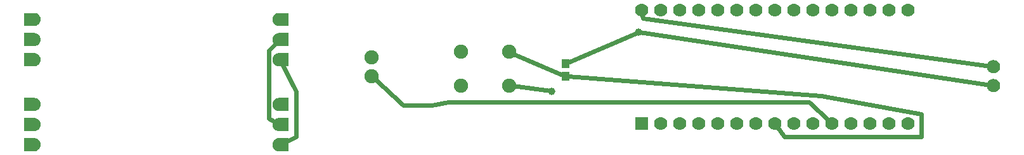
<source format=gtl>
G04 MADE WITH FRITZING*
G04 WWW.FRITZING.ORG*
G04 DOUBLE SIDED*
G04 HOLES PLATED*
G04 CONTOUR ON CENTER OF CONTOUR VECTOR*
%ASAXBY*%
%FSLAX23Y23*%
%MOIN*%
%OFA0B0*%
%SFA1.0B1.0*%
%ADD10C,0.075000*%
%ADD11C,0.070000*%
%ADD12C,0.045440*%
%ADD13C,0.039370*%
%ADD14R,0.043307X0.047244*%
%ADD15R,0.070000X0.069972*%
%ADD16C,0.024000*%
%ADD17R,0.001000X0.001000*%
%LNCOPPER1*%
G90*
G70*
G54D10*
X2598Y463D03*
X2342Y463D03*
X2598Y641D03*
X2342Y641D03*
G54D11*
X3292Y263D03*
X3392Y263D03*
X3492Y263D03*
X3592Y263D03*
X3692Y263D03*
X3792Y263D03*
X3892Y263D03*
X3992Y263D03*
X4092Y263D03*
X4192Y263D03*
X4292Y263D03*
X4392Y263D03*
X4492Y263D03*
X4592Y263D03*
X4692Y263D03*
X3292Y863D03*
X3392Y863D03*
X3492Y863D03*
X3592Y863D03*
X3692Y863D03*
X3792Y863D03*
X3892Y863D03*
X3992Y863D03*
X4092Y863D03*
X4192Y863D03*
X4292Y863D03*
X4392Y863D03*
X4492Y863D03*
X4592Y863D03*
X4692Y863D03*
G54D12*
X93Y813D03*
X93Y707D03*
X93Y600D03*
X1392Y813D03*
X1392Y707D03*
X1392Y600D03*
G54D10*
X1873Y613D03*
X1873Y513D03*
G54D11*
X5142Y563D03*
X5142Y463D03*
G54D12*
X93Y363D03*
X93Y257D03*
X93Y150D03*
X1392Y363D03*
X1392Y257D03*
X1392Y150D03*
G54D13*
X3276Y746D03*
X2820Y434D03*
G54D14*
X2892Y580D03*
X2892Y513D03*
G54D15*
X3292Y263D03*
G54D16*
X4279Y276D02*
X4174Y375D01*
D02*
X4174Y375D02*
X2278Y375D01*
D02*
X2191Y360D02*
X2040Y360D01*
D02*
X2278Y375D02*
X2191Y360D01*
D02*
X2040Y360D02*
X1886Y502D01*
D02*
X1381Y263D02*
X1332Y290D01*
X1332Y290D02*
X1332Y650D01*
X1332Y650D02*
X1383Y699D01*
D02*
X2614Y634D02*
X2876Y520D01*
D02*
X4003Y249D02*
X4044Y194D01*
X4044Y194D02*
X4764Y194D01*
X4764Y194D02*
X4764Y314D01*
X4764Y314D02*
X4236Y410D01*
X4236Y410D02*
X2908Y512D01*
D02*
X2812Y435D02*
X2616Y461D01*
D02*
X5127Y565D02*
X3300Y818D01*
X3300Y818D02*
X3295Y846D01*
D02*
X1398Y589D02*
X1476Y434D01*
X1476Y434D02*
X1476Y194D01*
X1476Y194D02*
X1403Y156D01*
D02*
X2908Y587D02*
X3269Y743D01*
D02*
X5127Y466D02*
X3284Y745D01*
G54D17*
X49Y847D02*
X107Y847D01*
X1380Y847D02*
X1437Y847D01*
X49Y846D02*
X110Y846D01*
X1376Y846D02*
X1437Y846D01*
X49Y845D02*
X113Y845D01*
X1374Y845D02*
X1437Y845D01*
X49Y844D02*
X115Y844D01*
X1372Y844D02*
X1437Y844D01*
X49Y843D02*
X117Y843D01*
X1370Y843D02*
X1437Y843D01*
X49Y842D02*
X118Y842D01*
X1368Y842D02*
X1437Y842D01*
X49Y841D02*
X120Y841D01*
X1367Y841D02*
X1437Y841D01*
X49Y840D02*
X121Y840D01*
X1366Y840D02*
X1437Y840D01*
X49Y839D02*
X122Y839D01*
X1364Y839D02*
X1437Y839D01*
X49Y838D02*
X123Y838D01*
X1363Y838D02*
X1437Y838D01*
X49Y837D02*
X124Y837D01*
X1362Y837D02*
X1437Y837D01*
X49Y836D02*
X125Y836D01*
X1361Y836D02*
X1437Y836D01*
X49Y835D02*
X126Y835D01*
X1361Y835D02*
X1437Y835D01*
X49Y834D02*
X126Y834D01*
X1360Y834D02*
X1437Y834D01*
X49Y833D02*
X127Y833D01*
X1359Y833D02*
X1437Y833D01*
X49Y832D02*
X128Y832D01*
X1358Y832D02*
X1437Y832D01*
X49Y831D02*
X128Y831D01*
X1358Y831D02*
X1437Y831D01*
X49Y830D02*
X129Y830D01*
X1357Y830D02*
X1437Y830D01*
X49Y829D02*
X130Y829D01*
X1357Y829D02*
X1437Y829D01*
X49Y828D02*
X130Y828D01*
X1356Y828D02*
X1437Y828D01*
X49Y827D02*
X131Y827D01*
X1356Y827D02*
X1437Y827D01*
X49Y826D02*
X131Y826D01*
X1355Y826D02*
X1437Y826D01*
X49Y825D02*
X131Y825D01*
X1355Y825D02*
X1437Y825D01*
X49Y824D02*
X132Y824D01*
X1355Y824D02*
X1437Y824D01*
X49Y823D02*
X132Y823D01*
X1354Y823D02*
X1437Y823D01*
X49Y822D02*
X132Y822D01*
X1354Y822D02*
X1437Y822D01*
X49Y821D02*
X132Y821D01*
X1354Y821D02*
X1437Y821D01*
X49Y820D02*
X133Y820D01*
X1354Y820D02*
X1437Y820D01*
X49Y819D02*
X133Y819D01*
X1353Y819D02*
X1437Y819D01*
X49Y818D02*
X133Y818D01*
X1353Y818D02*
X1437Y818D01*
X49Y817D02*
X133Y817D01*
X1353Y817D02*
X1437Y817D01*
X49Y816D02*
X133Y816D01*
X1353Y816D02*
X1437Y816D01*
X49Y815D02*
X133Y815D01*
X1353Y815D02*
X1437Y815D01*
X49Y814D02*
X133Y814D01*
X1353Y814D02*
X1437Y814D01*
X49Y813D02*
X133Y813D01*
X1353Y813D02*
X1437Y813D01*
X49Y812D02*
X133Y812D01*
X1353Y812D02*
X1437Y812D01*
X49Y811D02*
X133Y811D01*
X1353Y811D02*
X1437Y811D01*
X49Y810D02*
X133Y810D01*
X1353Y810D02*
X1437Y810D01*
X49Y809D02*
X133Y809D01*
X1353Y809D02*
X1437Y809D01*
X49Y808D02*
X133Y808D01*
X1353Y808D02*
X1437Y808D01*
X49Y807D02*
X133Y807D01*
X1353Y807D02*
X1437Y807D01*
X49Y806D02*
X133Y806D01*
X1354Y806D02*
X1437Y806D01*
X49Y805D02*
X132Y805D01*
X1354Y805D02*
X1437Y805D01*
X49Y804D02*
X132Y804D01*
X1354Y804D02*
X1437Y804D01*
X49Y803D02*
X132Y803D01*
X1354Y803D02*
X1437Y803D01*
X49Y802D02*
X132Y802D01*
X1355Y802D02*
X1437Y802D01*
X49Y801D02*
X131Y801D01*
X1355Y801D02*
X1437Y801D01*
X49Y800D02*
X131Y800D01*
X1355Y800D02*
X1437Y800D01*
X49Y799D02*
X130Y799D01*
X1356Y799D02*
X1437Y799D01*
X49Y798D02*
X130Y798D01*
X1356Y798D02*
X1437Y798D01*
X49Y797D02*
X129Y797D01*
X1357Y797D02*
X1437Y797D01*
X49Y796D02*
X129Y796D01*
X1357Y796D02*
X1437Y796D01*
X49Y795D02*
X128Y795D01*
X1358Y795D02*
X1437Y795D01*
X49Y794D02*
X128Y794D01*
X1359Y794D02*
X1437Y794D01*
X49Y793D02*
X127Y793D01*
X1359Y793D02*
X1437Y793D01*
X49Y792D02*
X126Y792D01*
X1360Y792D02*
X1437Y792D01*
X49Y791D02*
X125Y791D01*
X1361Y791D02*
X1437Y791D01*
X49Y790D02*
X125Y790D01*
X1362Y790D02*
X1437Y790D01*
X49Y789D02*
X124Y789D01*
X1363Y789D02*
X1437Y789D01*
X49Y788D02*
X123Y788D01*
X1364Y788D02*
X1437Y788D01*
X49Y787D02*
X122Y787D01*
X1365Y787D02*
X1437Y787D01*
X49Y786D02*
X120Y786D01*
X1366Y786D02*
X1437Y786D01*
X49Y785D02*
X119Y785D01*
X1367Y785D02*
X1437Y785D01*
X49Y784D02*
X118Y784D01*
X1369Y784D02*
X1437Y784D01*
X49Y783D02*
X116Y783D01*
X1370Y783D02*
X1437Y783D01*
X49Y782D02*
X114Y782D01*
X1372Y782D02*
X1437Y782D01*
X49Y781D02*
X112Y781D01*
X1374Y781D02*
X1437Y781D01*
X49Y780D02*
X109Y780D01*
X1377Y780D02*
X1437Y780D01*
X49Y779D02*
X105Y779D01*
X1381Y779D02*
X1437Y779D01*
X49Y741D02*
X103Y741D01*
X1383Y741D02*
X1437Y741D01*
X49Y740D02*
X108Y740D01*
X1378Y740D02*
X1437Y740D01*
X49Y739D02*
X111Y739D01*
X1375Y739D02*
X1437Y739D01*
X49Y738D02*
X114Y738D01*
X1373Y738D02*
X1437Y738D01*
X49Y737D02*
X116Y737D01*
X1371Y737D02*
X1437Y737D01*
X49Y736D02*
X117Y736D01*
X1369Y736D02*
X1437Y736D01*
X49Y735D02*
X119Y735D01*
X1368Y735D02*
X1437Y735D01*
X49Y734D02*
X120Y734D01*
X1366Y734D02*
X1437Y734D01*
X49Y733D02*
X121Y733D01*
X1365Y733D02*
X1437Y733D01*
X49Y732D02*
X122Y732D01*
X1364Y732D02*
X1437Y732D01*
X49Y731D02*
X123Y731D01*
X1363Y731D02*
X1437Y731D01*
X49Y730D02*
X124Y730D01*
X1362Y730D02*
X1437Y730D01*
X49Y729D02*
X125Y729D01*
X1361Y729D02*
X1437Y729D01*
X49Y728D02*
X126Y728D01*
X1360Y728D02*
X1437Y728D01*
X49Y727D02*
X127Y727D01*
X1360Y727D02*
X1437Y727D01*
X49Y726D02*
X127Y726D01*
X1359Y726D02*
X1437Y726D01*
X49Y725D02*
X128Y725D01*
X1358Y725D02*
X1437Y725D01*
X49Y724D02*
X129Y724D01*
X1358Y724D02*
X1437Y724D01*
X49Y723D02*
X129Y723D01*
X1357Y723D02*
X1437Y723D01*
X49Y722D02*
X130Y722D01*
X1357Y722D02*
X1437Y722D01*
X49Y721D02*
X130Y721D01*
X1356Y721D02*
X1437Y721D01*
X49Y720D02*
X131Y720D01*
X1356Y720D02*
X1437Y720D01*
X49Y719D02*
X131Y719D01*
X1355Y719D02*
X1437Y719D01*
X49Y718D02*
X131Y718D01*
X1355Y718D02*
X1437Y718D01*
X49Y717D02*
X132Y717D01*
X1355Y717D02*
X1437Y717D01*
X49Y716D02*
X132Y716D01*
X1354Y716D02*
X1437Y716D01*
X49Y715D02*
X132Y715D01*
X1354Y715D02*
X1437Y715D01*
X49Y714D02*
X133Y714D01*
X1354Y714D02*
X1437Y714D01*
X49Y713D02*
X133Y713D01*
X1354Y713D02*
X1437Y713D01*
X49Y712D02*
X133Y712D01*
X1353Y712D02*
X1437Y712D01*
X49Y711D02*
X133Y711D01*
X1353Y711D02*
X1437Y711D01*
X49Y710D02*
X133Y710D01*
X1353Y710D02*
X1437Y710D01*
X49Y709D02*
X133Y709D01*
X1353Y709D02*
X1437Y709D01*
X49Y708D02*
X133Y708D01*
X1353Y708D02*
X1437Y708D01*
X49Y707D02*
X133Y707D01*
X1353Y707D02*
X1437Y707D01*
X49Y706D02*
X133Y706D01*
X1353Y706D02*
X1437Y706D01*
X49Y705D02*
X133Y705D01*
X1353Y705D02*
X1437Y705D01*
X49Y704D02*
X133Y704D01*
X1353Y704D02*
X1437Y704D01*
X49Y703D02*
X133Y703D01*
X1353Y703D02*
X1437Y703D01*
X49Y702D02*
X133Y702D01*
X1353Y702D02*
X1437Y702D01*
X49Y701D02*
X133Y701D01*
X1353Y701D02*
X1437Y701D01*
X49Y700D02*
X133Y700D01*
X1354Y700D02*
X1437Y700D01*
X49Y699D02*
X133Y699D01*
X1354Y699D02*
X1437Y699D01*
X49Y698D02*
X132Y698D01*
X1354Y698D02*
X1437Y698D01*
X49Y697D02*
X132Y697D01*
X1354Y697D02*
X1437Y697D01*
X49Y696D02*
X132Y696D01*
X1355Y696D02*
X1437Y696D01*
X49Y695D02*
X131Y695D01*
X1355Y695D02*
X1437Y695D01*
X49Y694D02*
X131Y694D01*
X1355Y694D02*
X1437Y694D01*
X49Y693D02*
X131Y693D01*
X1356Y693D02*
X1437Y693D01*
X49Y692D02*
X130Y692D01*
X1356Y692D02*
X1437Y692D01*
X49Y691D02*
X130Y691D01*
X1357Y691D02*
X1437Y691D01*
X49Y690D02*
X129Y690D01*
X1357Y690D02*
X1437Y690D01*
X49Y689D02*
X129Y689D01*
X1358Y689D02*
X1437Y689D01*
X49Y688D02*
X128Y688D01*
X1358Y688D02*
X1437Y688D01*
X49Y687D02*
X127Y687D01*
X1359Y687D02*
X1437Y687D01*
X49Y686D02*
X127Y686D01*
X1360Y686D02*
X1437Y686D01*
X49Y685D02*
X126Y685D01*
X1360Y685D02*
X1437Y685D01*
X49Y684D02*
X125Y684D01*
X1361Y684D02*
X1437Y684D01*
X49Y683D02*
X124Y683D01*
X1362Y683D02*
X1437Y683D01*
X49Y682D02*
X123Y682D01*
X1363Y682D02*
X1437Y682D01*
X49Y681D02*
X122Y681D01*
X1364Y681D02*
X1437Y681D01*
X49Y680D02*
X121Y680D01*
X1365Y680D02*
X1437Y680D01*
X49Y679D02*
X120Y679D01*
X1366Y679D02*
X1437Y679D01*
X49Y678D02*
X119Y678D01*
X1368Y678D02*
X1437Y678D01*
X49Y677D02*
X117Y677D01*
X1369Y677D02*
X1437Y677D01*
X49Y676D02*
X115Y676D01*
X1371Y676D02*
X1437Y676D01*
X49Y675D02*
X113Y675D01*
X1373Y675D02*
X1437Y675D01*
X49Y674D02*
X111Y674D01*
X1375Y674D02*
X1437Y674D01*
X49Y673D02*
X108Y673D01*
X1378Y673D02*
X1437Y673D01*
X49Y672D02*
X101Y672D01*
X1385Y672D02*
X1437Y672D01*
X49Y634D02*
X106Y634D01*
X1380Y634D02*
X1437Y634D01*
X49Y633D02*
X110Y633D01*
X1377Y633D02*
X1437Y633D01*
X49Y632D02*
X112Y632D01*
X1374Y632D02*
X1437Y632D01*
X49Y631D02*
X114Y631D01*
X1372Y631D02*
X1437Y631D01*
X49Y630D02*
X116Y630D01*
X1370Y630D02*
X1437Y630D01*
X49Y629D02*
X118Y629D01*
X1368Y629D02*
X1437Y629D01*
X49Y628D02*
X119Y628D01*
X1367Y628D02*
X1437Y628D01*
X49Y627D02*
X121Y627D01*
X1366Y627D02*
X1437Y627D01*
X49Y626D02*
X122Y626D01*
X1365Y626D02*
X1437Y626D01*
X49Y625D02*
X123Y625D01*
X1363Y625D02*
X1437Y625D01*
X49Y624D02*
X124Y624D01*
X1362Y624D02*
X1437Y624D01*
X49Y623D02*
X125Y623D01*
X1362Y623D02*
X1437Y623D01*
X49Y622D02*
X126Y622D01*
X1361Y622D02*
X1437Y622D01*
X49Y621D02*
X126Y621D01*
X1360Y621D02*
X1437Y621D01*
X49Y620D02*
X127Y620D01*
X1359Y620D02*
X1437Y620D01*
X49Y619D02*
X128Y619D01*
X1359Y619D02*
X1437Y619D01*
X49Y618D02*
X128Y618D01*
X1358Y618D02*
X1437Y618D01*
X49Y617D02*
X129Y617D01*
X1357Y617D02*
X1437Y617D01*
X49Y616D02*
X129Y616D01*
X1357Y616D02*
X1437Y616D01*
X49Y615D02*
X130Y615D01*
X1356Y615D02*
X1437Y615D01*
X49Y614D02*
X130Y614D01*
X1356Y614D02*
X1437Y614D01*
X49Y613D02*
X131Y613D01*
X1355Y613D02*
X1437Y613D01*
X49Y612D02*
X131Y612D01*
X1355Y612D02*
X1437Y612D01*
X49Y611D02*
X132Y611D01*
X1355Y611D02*
X1437Y611D01*
X49Y610D02*
X132Y610D01*
X1354Y610D02*
X1437Y610D01*
X49Y609D02*
X132Y609D01*
X1354Y609D02*
X1437Y609D01*
X49Y608D02*
X132Y608D01*
X1354Y608D02*
X1437Y608D01*
X49Y607D02*
X133Y607D01*
X1354Y607D02*
X1437Y607D01*
X49Y606D02*
X133Y606D01*
X1353Y606D02*
X1437Y606D01*
X49Y605D02*
X133Y605D01*
X1353Y605D02*
X1437Y605D01*
X49Y604D02*
X133Y604D01*
X1353Y604D02*
X1437Y604D01*
X49Y603D02*
X133Y603D01*
X1353Y603D02*
X1437Y603D01*
X49Y602D02*
X133Y602D01*
X1353Y602D02*
X1437Y602D01*
X49Y601D02*
X134Y601D01*
X1353Y601D02*
X1437Y601D01*
X49Y600D02*
X134Y600D01*
X1353Y600D02*
X1437Y600D01*
X49Y599D02*
X133Y599D01*
X1353Y599D02*
X1437Y599D01*
X49Y598D02*
X133Y598D01*
X1353Y598D02*
X1437Y598D01*
X5139Y598D02*
X5147Y598D01*
X49Y597D02*
X133Y597D01*
X1353Y597D02*
X1437Y597D01*
X5134Y597D02*
X5151Y597D01*
X49Y596D02*
X133Y596D01*
X1353Y596D02*
X1437Y596D01*
X5131Y596D02*
X5154Y596D01*
X49Y595D02*
X133Y595D01*
X1353Y595D02*
X1437Y595D01*
X5129Y595D02*
X5157Y595D01*
X49Y594D02*
X133Y594D01*
X1353Y594D02*
X1437Y594D01*
X5127Y594D02*
X5159Y594D01*
X49Y593D02*
X133Y593D01*
X1354Y593D02*
X1437Y593D01*
X5125Y593D02*
X5161Y593D01*
X49Y592D02*
X132Y592D01*
X1354Y592D02*
X1437Y592D01*
X5123Y592D02*
X5162Y592D01*
X49Y591D02*
X132Y591D01*
X1354Y591D02*
X1437Y591D01*
X5122Y591D02*
X5164Y591D01*
X49Y590D02*
X132Y590D01*
X1354Y590D02*
X1437Y590D01*
X5121Y590D02*
X5165Y590D01*
X49Y589D02*
X132Y589D01*
X1355Y589D02*
X1437Y589D01*
X5119Y589D02*
X5166Y589D01*
X49Y588D02*
X131Y588D01*
X1355Y588D02*
X1437Y588D01*
X5118Y588D02*
X5167Y588D01*
X49Y587D02*
X131Y587D01*
X1355Y587D02*
X1437Y587D01*
X5118Y587D02*
X5168Y587D01*
X49Y586D02*
X130Y586D01*
X1356Y586D02*
X1437Y586D01*
X5117Y586D02*
X5169Y586D01*
X49Y585D02*
X130Y585D01*
X1356Y585D02*
X1437Y585D01*
X5116Y585D02*
X5170Y585D01*
X49Y584D02*
X130Y584D01*
X1357Y584D02*
X1437Y584D01*
X5115Y584D02*
X5170Y584D01*
X49Y583D02*
X129Y583D01*
X1357Y583D02*
X1437Y583D01*
X5114Y583D02*
X5171Y583D01*
X49Y582D02*
X128Y582D01*
X1358Y582D02*
X1437Y582D01*
X5114Y582D02*
X5172Y582D01*
X49Y581D02*
X128Y581D01*
X1359Y581D02*
X1437Y581D01*
X5113Y581D02*
X5172Y581D01*
X49Y580D02*
X127Y580D01*
X1359Y580D02*
X1437Y580D01*
X5113Y580D02*
X5173Y580D01*
X49Y579D02*
X126Y579D01*
X1360Y579D02*
X1437Y579D01*
X5112Y579D02*
X5173Y579D01*
X49Y578D02*
X126Y578D01*
X1361Y578D02*
X1437Y578D01*
X5112Y578D02*
X5138Y578D01*
X5147Y578D02*
X5174Y578D01*
X49Y577D02*
X125Y577D01*
X1362Y577D02*
X1437Y577D01*
X5111Y577D02*
X5136Y577D01*
X5150Y577D02*
X5174Y577D01*
X49Y576D02*
X124Y576D01*
X1362Y576D02*
X1437Y576D01*
X5111Y576D02*
X5134Y576D01*
X5152Y576D02*
X5175Y576D01*
X49Y575D02*
X123Y575D01*
X1363Y575D02*
X1437Y575D01*
X5110Y575D02*
X5133Y575D01*
X5153Y575D02*
X5175Y575D01*
X49Y574D02*
X122Y574D01*
X1364Y574D02*
X1437Y574D01*
X5110Y574D02*
X5132Y574D01*
X5154Y574D02*
X5175Y574D01*
X49Y573D02*
X121Y573D01*
X1366Y573D02*
X1437Y573D01*
X5110Y573D02*
X5131Y573D01*
X5155Y573D02*
X5176Y573D01*
X49Y572D02*
X119Y572D01*
X1367Y572D02*
X1437Y572D01*
X5110Y572D02*
X5130Y572D01*
X5156Y572D02*
X5176Y572D01*
X49Y571D02*
X118Y571D01*
X1368Y571D02*
X1437Y571D01*
X5109Y571D02*
X5129Y571D01*
X5156Y571D02*
X5176Y571D01*
X49Y570D02*
X116Y570D01*
X1370Y570D02*
X1437Y570D01*
X5109Y570D02*
X5129Y570D01*
X5157Y570D02*
X5177Y570D01*
X49Y569D02*
X115Y569D01*
X1372Y569D02*
X1437Y569D01*
X5109Y569D02*
X5128Y569D01*
X5157Y569D02*
X5177Y569D01*
X49Y568D02*
X112Y568D01*
X1374Y568D02*
X1437Y568D01*
X5109Y568D02*
X5128Y568D01*
X5158Y568D02*
X5177Y568D01*
X49Y567D02*
X110Y567D01*
X1376Y567D02*
X1437Y567D01*
X5109Y567D02*
X5128Y567D01*
X5158Y567D02*
X5177Y567D01*
X49Y566D02*
X106Y566D01*
X1380Y566D02*
X1437Y566D01*
X5108Y566D02*
X5127Y566D01*
X5158Y566D02*
X5177Y566D01*
X5108Y565D02*
X5127Y565D01*
X5158Y565D02*
X5177Y565D01*
X5108Y564D02*
X5127Y564D01*
X5158Y564D02*
X5177Y564D01*
X5108Y563D02*
X5127Y563D01*
X5158Y563D02*
X5177Y563D01*
X5108Y562D02*
X5127Y562D01*
X5158Y562D02*
X5177Y562D01*
X5108Y561D02*
X5127Y561D01*
X5158Y561D02*
X5177Y561D01*
X5109Y560D02*
X5128Y560D01*
X5158Y560D02*
X5177Y560D01*
X5109Y559D02*
X5128Y559D01*
X5158Y559D02*
X5177Y559D01*
X5109Y558D02*
X5128Y558D01*
X5157Y558D02*
X5177Y558D01*
X5109Y557D02*
X5129Y557D01*
X5157Y557D02*
X5177Y557D01*
X5109Y556D02*
X5129Y556D01*
X5156Y556D02*
X5176Y556D01*
X5109Y555D02*
X5130Y555D01*
X5156Y555D02*
X5176Y555D01*
X5110Y554D02*
X5131Y554D01*
X5155Y554D02*
X5176Y554D01*
X5110Y553D02*
X5132Y553D01*
X5154Y553D02*
X5176Y553D01*
X5110Y552D02*
X5133Y552D01*
X5153Y552D02*
X5175Y552D01*
X5111Y551D02*
X5134Y551D01*
X5152Y551D02*
X5175Y551D01*
X5111Y550D02*
X5135Y550D01*
X5150Y550D02*
X5174Y550D01*
X5112Y549D02*
X5138Y549D01*
X5148Y549D02*
X5174Y549D01*
X5112Y548D02*
X5173Y548D01*
X5113Y547D02*
X5173Y547D01*
X5113Y546D02*
X5172Y546D01*
X5114Y545D02*
X5172Y545D01*
X5114Y544D02*
X5171Y544D01*
X5115Y543D02*
X5171Y543D01*
X5116Y542D02*
X5170Y542D01*
X5117Y541D02*
X5169Y541D01*
X5117Y540D02*
X5168Y540D01*
X5118Y539D02*
X5167Y539D01*
X5119Y538D02*
X5166Y538D01*
X5120Y537D02*
X5165Y537D01*
X5122Y536D02*
X5164Y536D01*
X5123Y535D02*
X5162Y535D01*
X5125Y534D02*
X5161Y534D01*
X5126Y533D02*
X5159Y533D01*
X5128Y532D02*
X5157Y532D01*
X5131Y531D02*
X5155Y531D01*
X5134Y530D02*
X5152Y530D01*
X5138Y529D02*
X5148Y529D01*
X5138Y498D02*
X5147Y498D01*
X5134Y497D02*
X5152Y497D01*
X5131Y496D02*
X5155Y496D01*
X5129Y495D02*
X5157Y495D01*
X5126Y494D02*
X5159Y494D01*
X5125Y493D02*
X5161Y493D01*
X5123Y492D02*
X5162Y492D01*
X5122Y491D02*
X5164Y491D01*
X5121Y490D02*
X5165Y490D01*
X5119Y489D02*
X5166Y489D01*
X5118Y488D02*
X5167Y488D01*
X5117Y487D02*
X5168Y487D01*
X5117Y486D02*
X5169Y486D01*
X5116Y485D02*
X5170Y485D01*
X5115Y484D02*
X5171Y484D01*
X5114Y483D02*
X5171Y483D01*
X5114Y482D02*
X5172Y482D01*
X5113Y481D02*
X5172Y481D01*
X5113Y480D02*
X5173Y480D01*
X5112Y479D02*
X5173Y479D01*
X5112Y478D02*
X5138Y478D01*
X5147Y478D02*
X5174Y478D01*
X5111Y477D02*
X5136Y477D01*
X5150Y477D02*
X5174Y477D01*
X5111Y476D02*
X5134Y476D01*
X5152Y476D02*
X5175Y476D01*
X5110Y475D02*
X5133Y475D01*
X5153Y475D02*
X5175Y475D01*
X5110Y474D02*
X5132Y474D01*
X5154Y474D02*
X5176Y474D01*
X5110Y473D02*
X5131Y473D01*
X5155Y473D02*
X5176Y473D01*
X5110Y472D02*
X5130Y472D01*
X5156Y472D02*
X5176Y472D01*
X5109Y471D02*
X5129Y471D01*
X5156Y471D02*
X5176Y471D01*
X5109Y470D02*
X5129Y470D01*
X5157Y470D02*
X5177Y470D01*
X5109Y469D02*
X5128Y469D01*
X5157Y469D02*
X5177Y469D01*
X5109Y468D02*
X5128Y468D01*
X5158Y468D02*
X5177Y468D01*
X5109Y467D02*
X5128Y467D01*
X5158Y467D02*
X5177Y467D01*
X5108Y466D02*
X5127Y466D01*
X5158Y466D02*
X5177Y466D01*
X5108Y465D02*
X5127Y465D01*
X5158Y465D02*
X5177Y465D01*
X5108Y464D02*
X5127Y464D01*
X5158Y464D02*
X5177Y464D01*
X5108Y463D02*
X5127Y463D01*
X5158Y463D02*
X5177Y463D01*
X5108Y462D02*
X5127Y462D01*
X5158Y462D02*
X5177Y462D01*
X5108Y461D02*
X5127Y461D01*
X5158Y461D02*
X5177Y461D01*
X5109Y460D02*
X5128Y460D01*
X5158Y460D02*
X5177Y460D01*
X5109Y459D02*
X5128Y459D01*
X5158Y459D02*
X5177Y459D01*
X5109Y458D02*
X5128Y458D01*
X5157Y458D02*
X5177Y458D01*
X5109Y457D02*
X5129Y457D01*
X5157Y457D02*
X5177Y457D01*
X5109Y456D02*
X5129Y456D01*
X5156Y456D02*
X5176Y456D01*
X5110Y455D02*
X5130Y455D01*
X5156Y455D02*
X5176Y455D01*
X5110Y454D02*
X5131Y454D01*
X5155Y454D02*
X5176Y454D01*
X5110Y453D02*
X5132Y453D01*
X5154Y453D02*
X5176Y453D01*
X5110Y452D02*
X5133Y452D01*
X5153Y452D02*
X5175Y452D01*
X5111Y451D02*
X5134Y451D01*
X5152Y451D02*
X5175Y451D01*
X5111Y450D02*
X5136Y450D01*
X5150Y450D02*
X5174Y450D01*
X5112Y449D02*
X5138Y449D01*
X5147Y449D02*
X5174Y449D01*
X5112Y448D02*
X5173Y448D01*
X5113Y447D02*
X5173Y447D01*
X5113Y446D02*
X5172Y446D01*
X5114Y445D02*
X5172Y445D01*
X5114Y444D02*
X5171Y444D01*
X5115Y443D02*
X5171Y443D01*
X5116Y442D02*
X5170Y442D01*
X5117Y441D02*
X5169Y441D01*
X5117Y440D02*
X5168Y440D01*
X5118Y439D02*
X5167Y439D01*
X5119Y438D02*
X5166Y438D01*
X5121Y437D02*
X5165Y437D01*
X5122Y436D02*
X5164Y436D01*
X5123Y435D02*
X5162Y435D01*
X5125Y434D02*
X5161Y434D01*
X5127Y433D02*
X5159Y433D01*
X5129Y432D02*
X5157Y432D01*
X5131Y431D02*
X5155Y431D01*
X5134Y430D02*
X5152Y430D01*
X5138Y429D02*
X5147Y429D01*
X49Y398D02*
X102Y398D01*
X1384Y398D02*
X1437Y398D01*
X49Y397D02*
X108Y397D01*
X1378Y397D02*
X1437Y397D01*
X49Y396D02*
X111Y396D01*
X1375Y396D02*
X1437Y396D01*
X49Y395D02*
X113Y395D01*
X1373Y395D02*
X1437Y395D01*
X49Y394D02*
X115Y394D01*
X1371Y394D02*
X1437Y394D01*
X49Y393D02*
X117Y393D01*
X1369Y393D02*
X1437Y393D01*
X49Y392D02*
X119Y392D01*
X1368Y392D02*
X1437Y392D01*
X49Y391D02*
X120Y391D01*
X1366Y391D02*
X1437Y391D01*
X49Y390D02*
X121Y390D01*
X1365Y390D02*
X1437Y390D01*
X49Y389D02*
X122Y389D01*
X1364Y389D02*
X1437Y389D01*
X49Y388D02*
X123Y388D01*
X1363Y388D02*
X1437Y388D01*
X49Y387D02*
X124Y387D01*
X1362Y387D02*
X1437Y387D01*
X49Y386D02*
X125Y386D01*
X1361Y386D02*
X1437Y386D01*
X49Y385D02*
X126Y385D01*
X1360Y385D02*
X1437Y385D01*
X49Y384D02*
X127Y384D01*
X1360Y384D02*
X1437Y384D01*
X49Y383D02*
X127Y383D01*
X1359Y383D02*
X1437Y383D01*
X49Y382D02*
X128Y382D01*
X1358Y382D02*
X1437Y382D01*
X49Y381D02*
X129Y381D01*
X1358Y381D02*
X1437Y381D01*
X49Y380D02*
X129Y380D01*
X1357Y380D02*
X1437Y380D01*
X49Y379D02*
X130Y379D01*
X1357Y379D02*
X1437Y379D01*
X49Y378D02*
X130Y378D01*
X1356Y378D02*
X1437Y378D01*
X49Y377D02*
X131Y377D01*
X1356Y377D02*
X1437Y377D01*
X49Y376D02*
X131Y376D01*
X1355Y376D02*
X1437Y376D01*
X49Y375D02*
X131Y375D01*
X1355Y375D02*
X1437Y375D01*
X49Y374D02*
X132Y374D01*
X1355Y374D02*
X1437Y374D01*
X49Y373D02*
X132Y373D01*
X1354Y373D02*
X1437Y373D01*
X49Y372D02*
X132Y372D01*
X1354Y372D02*
X1437Y372D01*
X49Y371D02*
X133Y371D01*
X1354Y371D02*
X1437Y371D01*
X49Y370D02*
X133Y370D01*
X1354Y370D02*
X1437Y370D01*
X49Y369D02*
X133Y369D01*
X1353Y369D02*
X1437Y369D01*
X49Y368D02*
X133Y368D01*
X1353Y368D02*
X1437Y368D01*
X49Y367D02*
X133Y367D01*
X1353Y367D02*
X1437Y367D01*
X49Y366D02*
X133Y366D01*
X1353Y366D02*
X1437Y366D01*
X49Y365D02*
X133Y365D01*
X1353Y365D02*
X1437Y365D01*
X49Y364D02*
X133Y364D01*
X1353Y364D02*
X1437Y364D01*
X49Y363D02*
X133Y363D01*
X1353Y363D02*
X1437Y363D01*
X49Y362D02*
X133Y362D01*
X1353Y362D02*
X1437Y362D01*
X49Y361D02*
X133Y361D01*
X1353Y361D02*
X1437Y361D01*
X49Y360D02*
X133Y360D01*
X1353Y360D02*
X1437Y360D01*
X49Y359D02*
X133Y359D01*
X1353Y359D02*
X1437Y359D01*
X49Y358D02*
X133Y358D01*
X1353Y358D02*
X1437Y358D01*
X49Y357D02*
X133Y357D01*
X1354Y357D02*
X1437Y357D01*
X49Y356D02*
X133Y356D01*
X1354Y356D02*
X1437Y356D01*
X49Y355D02*
X132Y355D01*
X1354Y355D02*
X1437Y355D01*
X49Y354D02*
X132Y354D01*
X1354Y354D02*
X1437Y354D01*
X49Y353D02*
X132Y353D01*
X1355Y353D02*
X1437Y353D01*
X49Y352D02*
X131Y352D01*
X1355Y352D02*
X1437Y352D01*
X49Y351D02*
X131Y351D01*
X1355Y351D02*
X1437Y351D01*
X49Y350D02*
X131Y350D01*
X1356Y350D02*
X1437Y350D01*
X49Y349D02*
X130Y349D01*
X1356Y349D02*
X1437Y349D01*
X49Y348D02*
X130Y348D01*
X1357Y348D02*
X1437Y348D01*
X49Y347D02*
X129Y347D01*
X1357Y347D02*
X1437Y347D01*
X49Y346D02*
X129Y346D01*
X1358Y346D02*
X1437Y346D01*
X49Y345D02*
X128Y345D01*
X1358Y345D02*
X1437Y345D01*
X49Y344D02*
X127Y344D01*
X1359Y344D02*
X1437Y344D01*
X49Y343D02*
X127Y343D01*
X1360Y343D02*
X1437Y343D01*
X49Y342D02*
X126Y342D01*
X1360Y342D02*
X1437Y342D01*
X49Y341D02*
X125Y341D01*
X1361Y341D02*
X1437Y341D01*
X49Y340D02*
X124Y340D01*
X1362Y340D02*
X1437Y340D01*
X49Y339D02*
X123Y339D01*
X1363Y339D02*
X1437Y339D01*
X49Y338D02*
X122Y338D01*
X1364Y338D02*
X1437Y338D01*
X49Y337D02*
X121Y337D01*
X1365Y337D02*
X1437Y337D01*
X49Y336D02*
X120Y336D01*
X1366Y336D02*
X1437Y336D01*
X49Y335D02*
X119Y335D01*
X1368Y335D02*
X1437Y335D01*
X49Y334D02*
X117Y334D01*
X1369Y334D02*
X1437Y334D01*
X49Y333D02*
X115Y333D01*
X1371Y333D02*
X1437Y333D01*
X49Y332D02*
X113Y332D01*
X1373Y332D02*
X1437Y332D01*
X49Y331D02*
X111Y331D01*
X1375Y331D02*
X1437Y331D01*
X49Y330D02*
X108Y330D01*
X1378Y330D02*
X1437Y330D01*
X49Y329D02*
X102Y329D01*
X1384Y329D02*
X1437Y329D01*
X49Y291D02*
X105Y291D01*
X1381Y291D02*
X1437Y291D01*
X49Y290D02*
X110Y290D01*
X1377Y290D02*
X1437Y290D01*
X49Y289D02*
X112Y289D01*
X1374Y289D02*
X1437Y289D01*
X49Y288D02*
X114Y288D01*
X1372Y288D02*
X1437Y288D01*
X49Y287D02*
X116Y287D01*
X1370Y287D02*
X1437Y287D01*
X49Y286D02*
X118Y286D01*
X1368Y286D02*
X1437Y286D01*
X49Y285D02*
X119Y285D01*
X1367Y285D02*
X1437Y285D01*
X49Y284D02*
X121Y284D01*
X1366Y284D02*
X1437Y284D01*
X49Y283D02*
X122Y283D01*
X1365Y283D02*
X1437Y283D01*
X49Y282D02*
X123Y282D01*
X1364Y282D02*
X1437Y282D01*
X49Y281D02*
X124Y281D01*
X1363Y281D02*
X1437Y281D01*
X49Y280D02*
X125Y280D01*
X1362Y280D02*
X1437Y280D01*
X49Y279D02*
X126Y279D01*
X1361Y279D02*
X1437Y279D01*
X49Y278D02*
X126Y278D01*
X1360Y278D02*
X1437Y278D01*
X49Y277D02*
X127Y277D01*
X1359Y277D02*
X1437Y277D01*
X49Y276D02*
X128Y276D01*
X1359Y276D02*
X1437Y276D01*
X49Y275D02*
X128Y275D01*
X1358Y275D02*
X1437Y275D01*
X49Y274D02*
X129Y274D01*
X1357Y274D02*
X1437Y274D01*
X49Y273D02*
X129Y273D01*
X1357Y273D02*
X1437Y273D01*
X49Y272D02*
X130Y272D01*
X1356Y272D02*
X1437Y272D01*
X49Y271D02*
X130Y271D01*
X1356Y271D02*
X1437Y271D01*
X49Y270D02*
X131Y270D01*
X1355Y270D02*
X1437Y270D01*
X49Y269D02*
X131Y269D01*
X1355Y269D02*
X1437Y269D01*
X49Y268D02*
X132Y268D01*
X1355Y268D02*
X1437Y268D01*
X49Y267D02*
X132Y267D01*
X1354Y267D02*
X1437Y267D01*
X49Y266D02*
X132Y266D01*
X1354Y266D02*
X1437Y266D01*
X49Y265D02*
X132Y265D01*
X1354Y265D02*
X1437Y265D01*
X49Y264D02*
X133Y264D01*
X1354Y264D02*
X1437Y264D01*
X49Y263D02*
X133Y263D01*
X1353Y263D02*
X1437Y263D01*
X49Y262D02*
X133Y262D01*
X1353Y262D02*
X1437Y262D01*
X49Y261D02*
X133Y261D01*
X1353Y261D02*
X1437Y261D01*
X49Y260D02*
X133Y260D01*
X1353Y260D02*
X1437Y260D01*
X49Y259D02*
X133Y259D01*
X1353Y259D02*
X1437Y259D01*
X49Y258D02*
X133Y258D01*
X1353Y258D02*
X1437Y258D01*
X49Y257D02*
X133Y257D01*
X1353Y257D02*
X1437Y257D01*
X49Y256D02*
X133Y256D01*
X1353Y256D02*
X1437Y256D01*
X49Y255D02*
X133Y255D01*
X1353Y255D02*
X1437Y255D01*
X49Y254D02*
X133Y254D01*
X1353Y254D02*
X1437Y254D01*
X49Y253D02*
X133Y253D01*
X1353Y253D02*
X1437Y253D01*
X49Y252D02*
X133Y252D01*
X1353Y252D02*
X1437Y252D01*
X49Y251D02*
X133Y251D01*
X1353Y251D02*
X1437Y251D01*
X49Y250D02*
X133Y250D01*
X1354Y250D02*
X1437Y250D01*
X49Y249D02*
X132Y249D01*
X1354Y249D02*
X1437Y249D01*
X49Y248D02*
X132Y248D01*
X1354Y248D02*
X1437Y248D01*
X49Y247D02*
X132Y247D01*
X1354Y247D02*
X1437Y247D01*
X49Y246D02*
X132Y246D01*
X1355Y246D02*
X1437Y246D01*
X49Y245D02*
X131Y245D01*
X1355Y245D02*
X1437Y245D01*
X49Y244D02*
X131Y244D01*
X1355Y244D02*
X1437Y244D01*
X49Y243D02*
X130Y243D01*
X1356Y243D02*
X1437Y243D01*
X49Y242D02*
X130Y242D01*
X1356Y242D02*
X1437Y242D01*
X49Y241D02*
X130Y241D01*
X1357Y241D02*
X1437Y241D01*
X49Y240D02*
X129Y240D01*
X1357Y240D02*
X1437Y240D01*
X49Y239D02*
X128Y239D01*
X1358Y239D02*
X1437Y239D01*
X49Y238D02*
X128Y238D01*
X1358Y238D02*
X1437Y238D01*
X49Y237D02*
X127Y237D01*
X1359Y237D02*
X1437Y237D01*
X49Y236D02*
X126Y236D01*
X1360Y236D02*
X1437Y236D01*
X49Y235D02*
X126Y235D01*
X1361Y235D02*
X1437Y235D01*
X49Y234D02*
X125Y234D01*
X1361Y234D02*
X1437Y234D01*
X49Y233D02*
X124Y233D01*
X1362Y233D02*
X1437Y233D01*
X49Y232D02*
X123Y232D01*
X1363Y232D02*
X1437Y232D01*
X49Y231D02*
X122Y231D01*
X1364Y231D02*
X1437Y231D01*
X49Y230D02*
X121Y230D01*
X1366Y230D02*
X1437Y230D01*
X49Y229D02*
X119Y229D01*
X1367Y229D02*
X1437Y229D01*
X49Y228D02*
X118Y228D01*
X1368Y228D02*
X1437Y228D01*
X49Y227D02*
X116Y227D01*
X1370Y227D02*
X1437Y227D01*
X49Y226D02*
X115Y226D01*
X1372Y226D02*
X1437Y226D01*
X49Y225D02*
X113Y225D01*
X1374Y225D02*
X1437Y225D01*
X49Y224D02*
X110Y224D01*
X1376Y224D02*
X1437Y224D01*
X49Y223D02*
X106Y223D01*
X1380Y223D02*
X1437Y223D01*
X49Y184D02*
X107Y184D01*
X1379Y184D02*
X1437Y184D01*
X49Y183D02*
X111Y183D01*
X1376Y183D02*
X1437Y183D01*
X49Y182D02*
X113Y182D01*
X1373Y182D02*
X1437Y182D01*
X49Y181D02*
X115Y181D01*
X1371Y181D02*
X1437Y181D01*
X49Y180D02*
X117Y180D01*
X1369Y180D02*
X1437Y180D01*
X49Y179D02*
X118Y179D01*
X1368Y179D02*
X1437Y179D01*
X49Y178D02*
X120Y178D01*
X1367Y178D02*
X1437Y178D01*
X49Y177D02*
X121Y177D01*
X1365Y177D02*
X1437Y177D01*
X49Y176D02*
X122Y176D01*
X1364Y176D02*
X1437Y176D01*
X49Y175D02*
X123Y175D01*
X1363Y175D02*
X1437Y175D01*
X49Y174D02*
X124Y174D01*
X1362Y174D02*
X1437Y174D01*
X49Y173D02*
X125Y173D01*
X1361Y173D02*
X1437Y173D01*
X49Y172D02*
X126Y172D01*
X1360Y172D02*
X1437Y172D01*
X49Y171D02*
X127Y171D01*
X1360Y171D02*
X1437Y171D01*
X49Y170D02*
X127Y170D01*
X1359Y170D02*
X1437Y170D01*
X49Y169D02*
X128Y169D01*
X1358Y169D02*
X1437Y169D01*
X49Y168D02*
X129Y168D01*
X1358Y168D02*
X1437Y168D01*
X49Y167D02*
X129Y167D01*
X1357Y167D02*
X1437Y167D01*
X49Y166D02*
X130Y166D01*
X1357Y166D02*
X1437Y166D01*
X49Y165D02*
X130Y165D01*
X1356Y165D02*
X1437Y165D01*
X49Y164D02*
X131Y164D01*
X1356Y164D02*
X1437Y164D01*
X49Y163D02*
X131Y163D01*
X1355Y163D02*
X1437Y163D01*
X49Y162D02*
X131Y162D01*
X1355Y162D02*
X1437Y162D01*
X49Y161D02*
X132Y161D01*
X1355Y161D02*
X1437Y161D01*
X49Y160D02*
X132Y160D01*
X1354Y160D02*
X1437Y160D01*
X49Y159D02*
X132Y159D01*
X1354Y159D02*
X1437Y159D01*
X49Y158D02*
X133Y158D01*
X1354Y158D02*
X1437Y158D01*
X49Y157D02*
X133Y157D01*
X1354Y157D02*
X1437Y157D01*
X49Y156D02*
X133Y156D01*
X1353Y156D02*
X1437Y156D01*
X49Y155D02*
X133Y155D01*
X1353Y155D02*
X1437Y155D01*
X49Y154D02*
X133Y154D01*
X1353Y154D02*
X1437Y154D01*
X49Y153D02*
X133Y153D01*
X1353Y153D02*
X1437Y153D01*
X49Y152D02*
X133Y152D01*
X1353Y152D02*
X1437Y152D01*
X49Y151D02*
X134Y151D01*
X1353Y151D02*
X1437Y151D01*
X49Y150D02*
X133Y150D01*
X1353Y150D02*
X1437Y150D01*
X49Y149D02*
X133Y149D01*
X1353Y149D02*
X1437Y149D01*
X49Y148D02*
X133Y148D01*
X1353Y148D02*
X1437Y148D01*
X49Y147D02*
X133Y147D01*
X1353Y147D02*
X1437Y147D01*
X49Y146D02*
X133Y146D01*
X1353Y146D02*
X1437Y146D01*
X49Y145D02*
X133Y145D01*
X1353Y145D02*
X1437Y145D01*
X49Y144D02*
X133Y144D01*
X1354Y144D02*
X1437Y144D01*
X49Y143D02*
X133Y143D01*
X1354Y143D02*
X1437Y143D01*
X49Y142D02*
X132Y142D01*
X1354Y142D02*
X1437Y142D01*
X49Y141D02*
X132Y141D01*
X1354Y141D02*
X1437Y141D01*
X49Y140D02*
X132Y140D01*
X1354Y140D02*
X1437Y140D01*
X49Y139D02*
X131Y139D01*
X1355Y139D02*
X1437Y139D01*
X49Y138D02*
X131Y138D01*
X1355Y138D02*
X1437Y138D01*
X49Y137D02*
X131Y137D01*
X1356Y137D02*
X1437Y137D01*
X49Y136D02*
X130Y136D01*
X1356Y136D02*
X1437Y136D01*
X49Y135D02*
X130Y135D01*
X1356Y135D02*
X1437Y135D01*
X49Y134D02*
X129Y134D01*
X1357Y134D02*
X1437Y134D01*
X49Y133D02*
X129Y133D01*
X1358Y133D02*
X1437Y133D01*
X49Y132D02*
X128Y132D01*
X1358Y132D02*
X1437Y132D01*
X49Y131D02*
X128Y131D01*
X1359Y131D02*
X1437Y131D01*
X49Y130D02*
X127Y130D01*
X1359Y130D02*
X1437Y130D01*
X49Y129D02*
X126Y129D01*
X1360Y129D02*
X1437Y129D01*
X49Y128D02*
X125Y128D01*
X1361Y128D02*
X1437Y128D01*
X49Y127D02*
X124Y127D01*
X1362Y127D02*
X1437Y127D01*
X49Y126D02*
X124Y126D01*
X1363Y126D02*
X1437Y126D01*
X49Y125D02*
X122Y125D01*
X1364Y125D02*
X1437Y125D01*
X49Y124D02*
X121Y124D01*
X1365Y124D02*
X1437Y124D01*
X49Y123D02*
X120Y123D01*
X1366Y123D02*
X1437Y123D01*
X49Y122D02*
X119Y122D01*
X1367Y122D02*
X1437Y122D01*
X49Y121D02*
X117Y121D01*
X1369Y121D02*
X1437Y121D01*
X49Y120D02*
X116Y120D01*
X1370Y120D02*
X1437Y120D01*
X49Y119D02*
X114Y119D01*
X1372Y119D02*
X1437Y119D01*
X49Y118D02*
X112Y118D01*
X1375Y118D02*
X1437Y118D01*
X49Y117D02*
X109Y117D01*
X1378Y117D02*
X1437Y117D01*
X49Y116D02*
X104Y116D01*
X1382Y116D02*
X1437Y116D01*
D02*
G04 End of Copper1*
M02*
</source>
